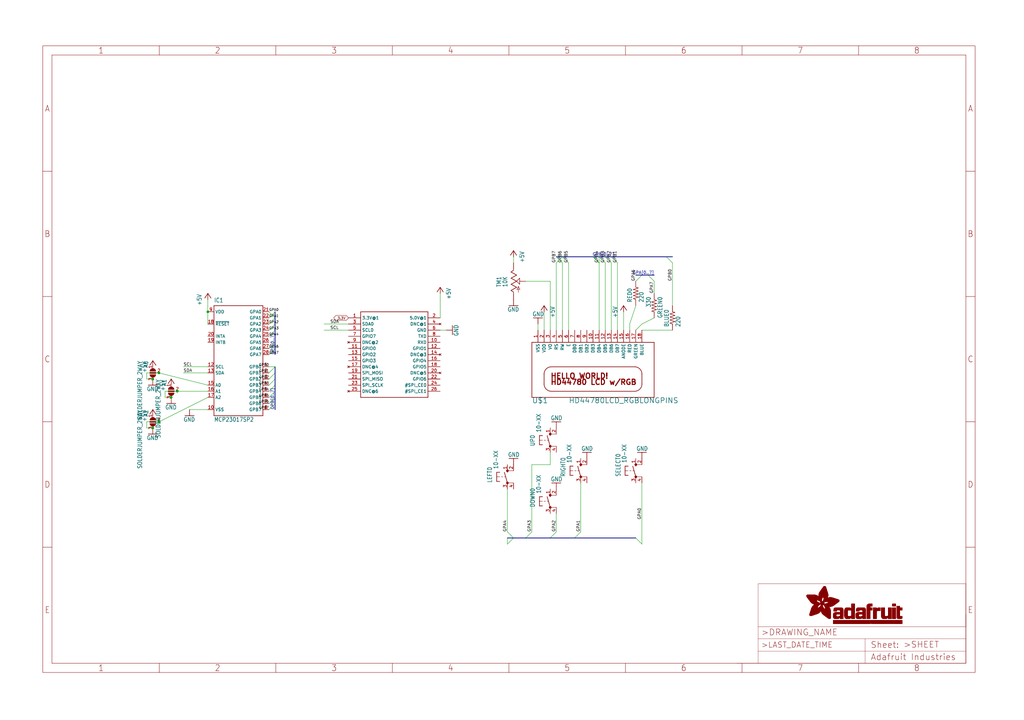
<source format=kicad_sch>
(kicad_sch (version 20211123) (generator eeschema)
  (paper "User" 425.45 299.161)
  (lib_symbols
    (symbol "eagleSchem-eagle-import:+5V" (power)
      (property "Value" "+5V" (at -2.54 -5.08 90))
      (symbol "+5V_1_0"
        (pin power_in line (at 0 -2.54 90) (length 2.54) (name "+5V") (number "1"))
      )
    )
    (symbol "eagleSchem-eagle-import:10-XX"
      (property "Reference" "S" (at -6.35 -2.54 90))
      (property "Value" "10-XX" (at -3.81 3.175 90))
      (symbol "10-XX_1_0"
        (pin passive line (at 0 5.08 270) (length 2.54) (name "S") (number "1"))
        (pin passive line (at 2.54 5.08 270) (length 2.54) (name "S1") (number "2"))
        (pin passive line (at 0 -5.08 90) (length 2.54) (name "P") (number "3"))
        (pin passive line (at 2.54 -5.08 90) (length 2.54) (name "P1") (number "4"))
      )
    )
    (symbol "eagleSchem-eagle-import:FRAME_A3_ADAFRUIT"
      (symbol "FRAME_A3_ADAFRUIT_0_0"
        (text "1" (at 24.2094 1.905 0) (effects (font (size 2.54 2.286))))
        (text "1" (at 24.2094 258.445 0) (effects (font (size 2.54 2.286))))
        (text "2" (at 72.6281 1.905 0) (effects (font (size 2.54 2.286))))
        (text "2" (at 72.6281 258.445 0) (effects (font (size 2.54 2.286))))
        (text "3" (at 121.0469 1.905 0) (effects (font (size 2.54 2.286))))
        (text "3" (at 121.0469 258.445 0) (effects (font (size 2.54 2.286))))
        (text "4" (at 169.4656 1.905 0) (effects (font (size 2.54 2.286))))
        (text "4" (at 169.4656 258.445 0) (effects (font (size 2.54 2.286))))
        (text "5" (at 217.8844 1.905 0) (effects (font (size 2.54 2.286))))
        (text "5" (at 217.8844 258.445 0) (effects (font (size 2.54 2.286))))
        (text "6" (at 266.3031 1.905 0) (effects (font (size 2.54 2.286))))
        (text "6" (at 266.3031 258.445 0) (effects (font (size 2.54 2.286))))
        (text "7" (at 314.7219 1.905 0) (effects (font (size 2.54 2.286))))
        (text "7" (at 314.7219 258.445 0) (effects (font (size 2.54 2.286))))
        (text "8" (at 363.1406 1.905 0) (effects (font (size 2.54 2.286))))
        (text "8" (at 363.1406 258.445 0) (effects (font (size 2.54 2.286))))
        (text "A" (at 1.905 234.315 0) (effects (font (size 2.54 2.286))))
        (text "A" (at 385.445 234.315 0) (effects (font (size 2.54 2.286))))
        (text "B" (at 1.905 182.245 0) (effects (font (size 2.54 2.286))))
        (text "B" (at 385.445 182.245 0) (effects (font (size 2.54 2.286))))
        (text "C" (at 1.905 130.175 0) (effects (font (size 2.54 2.286))))
        (text "C" (at 385.445 130.175 0) (effects (font (size 2.54 2.286))))
        (text "D" (at 1.905 78.105 0) (effects (font (size 2.54 2.286))))
        (text "D" (at 385.445 78.105 0) (effects (font (size 2.54 2.286))))
        (text "E" (at 1.905 26.035 0) (effects (font (size 2.54 2.286))))
        (text "E" (at 385.445 26.035 0) (effects (font (size 2.54 2.286))))
      )
      (symbol "FRAME_A3_ADAFRUIT_1_0"
        (text ">DRAWING_NAME" (at 298.45 15.24 0) (effects (font (size 2.54 2.54)) (justify left bottom)))
        (text ">LAST_DATE_TIME" (at 298.45 10.16 0) (effects (font (size 2.286 2.286)) (justify left bottom)))
        (text ">SHEET" (at 357.505 10.16 0) (effects (font (size 2.54 2.54)) (justify left bottom)))
        (text "Adafruit Industries" (at 343.916 4.953 0) (effects (font (size 2.54 2.54)) (justify left bottom)))
        (text "Sheet:" (at 343.916 10.033 0) (effects (font (size 2.54 2.54)) (justify left bottom)))
      )
    )
    (symbol "eagleSchem-eagle-import:GND" (power)
      (property "Value" "GND" (at -2.54 -2.54 0))
      (symbol "GND_1_0"
        (pin power_in line (at 0 2.54 270) (length 2.54) (name "GND") (number "1"))
      )
    )
    (symbol "eagleSchem-eagle-import:HD44780LCD_RGBLONGPINS"
      (property "Value" "HD44780LCD_RGBLONGPINS" (at -10.16 -12.7 0))
      (symbol "HD44780LCD_RGBLONGPINS_1_0"
        (text "HD44780 LCD w/RGB" (at -17.78 -5.08 0) (effects (font (size 2.1844 2.1844) (thickness 0.4369) bold) (justify left bottom)))
        (text "HELLO WORLD!" (at -17.78 -2.54 0) (effects (font (size 2.1844 2.1844) (thickness 0.4369) bold) (justify left bottom)))
        (pin power_in line (at -22.86 17.78 270) (length 5.08) (name "VSS") (number "1"))
        (pin bidirectional line (at 0 17.78 270) (length 5.08) (name "DB3") (number "10"))
        (pin bidirectional line (at 2.54 17.78 270) (length 5.08) (name "DB4") (number "11"))
        (pin bidirectional line (at 5.08 17.78 270) (length 5.08) (name "DB5") (number "12"))
        (pin bidirectional line (at 7.62 17.78 270) (length 5.08) (name "DB6") (number "13"))
        (pin bidirectional line (at 10.16 17.78 270) (length 5.08) (name "DB7") (number "14"))
        (pin input line (at 12.7 17.78 270) (length 5.08) (name "ANODE") (number "15"))
        (pin input line (at 15.24 17.78 270) (length 5.08) (name "RED") (number "16"))
        (pin input line (at 17.78 17.78 270) (length 5.08) (name "GREEN") (number "17"))
        (pin input line (at 20.32 17.78 270) (length 5.08) (name "BLUE") (number "18"))
        (pin power_in line (at -20.32 17.78 270) (length 5.08) (name "VDD") (number "2"))
        (pin input line (at -17.78 17.78 270) (length 5.08) (name "VO") (number "3"))
        (pin input line (at -15.24 17.78 270) (length 5.08) (name "RS") (number "4"))
        (pin input line (at -12.7 17.78 270) (length 5.08) (name "RW") (number "5"))
        (pin input line (at -10.16 17.78 270) (length 5.08) (name "E") (number "6"))
        (pin bidirectional line (at -7.62 17.78 270) (length 5.08) (name "DB0") (number "7"))
        (pin bidirectional line (at -5.08 17.78 270) (length 5.08) (name "DB1") (number "8"))
        (pin bidirectional line (at -2.54 17.78 270) (length 5.08) (name "DB2") (number "9"))
      )
    )
    (symbol "eagleSchem-eagle-import:MCP23017SP2"
      (property "Reference" "IC" (at -10.16 24.13 0))
      (property "Value" "MCP23017SP2" (at -10.16 -25.4 0))
      (symbol "MCP23017SP2_1_0"
        (pin bidirectional line (at 12.7 -2.54 180) (length 2.54) (name "GPB0") (number "1"))
        (pin power_in line (at -12.7 -20.32 0) (length 2.54) (name "VSS") (number "10"))
        (pin input line (at -12.7 -2.54 0) (length 2.54) (name "SCL") (number "12"))
        (pin bidirectional line (at -12.7 -5.08 0) (length 2.54) (name "SDA") (number "13"))
        (pin input line (at -12.7 -10.16 0) (length 2.54) (name "A0") (number "15"))
        (pin input line (at -12.7 -12.7 0) (length 2.54) (name "A1") (number "16"))
        (pin input line (at -12.7 -15.24 0) (length 2.54) (name "A2") (number "17"))
        (pin input line (at -12.7 15.24 0) (length 2.54) (name "~{RESET}") (number "18"))
        (pin output line (at -12.7 7.62 0) (length 2.54) (name "INTB") (number "19"))
        (pin bidirectional line (at 12.7 -5.08 180) (length 2.54) (name "GPB1") (number "2"))
        (pin output line (at -12.7 10.16 0) (length 2.54) (name "INTA") (number "20"))
        (pin bidirectional line (at 12.7 20.32 180) (length 2.54) (name "GPA0") (number "21"))
        (pin bidirectional line (at 12.7 17.78 180) (length 2.54) (name "GPA1") (number "22"))
        (pin bidirectional line (at 12.7 15.24 180) (length 2.54) (name "GPA2") (number "23"))
        (pin bidirectional line (at 12.7 12.7 180) (length 2.54) (name "GPA3") (number "24"))
        (pin bidirectional line (at 12.7 10.16 180) (length 2.54) (name "GPA4") (number "25"))
        (pin bidirectional line (at 12.7 7.62 180) (length 2.54) (name "GPA5") (number "26"))
        (pin bidirectional line (at 12.7 5.08 180) (length 2.54) (name "GPA6") (number "27"))
        (pin bidirectional line (at 12.7 2.54 180) (length 2.54) (name "GPA7") (number "28"))
        (pin bidirectional line (at 12.7 -7.62 180) (length 2.54) (name "GPB2") (number "3"))
        (pin bidirectional line (at 12.7 -10.16 180) (length 2.54) (name "GPB3") (number "4"))
        (pin bidirectional line (at 12.7 -12.7 180) (length 2.54) (name "GPB4") (number "5"))
        (pin bidirectional line (at 12.7 -15.24 180) (length 2.54) (name "GPB5") (number "6"))
        (pin bidirectional line (at 12.7 -17.78 180) (length 2.54) (name "GPB6") (number "7"))
        (pin bidirectional line (at 12.7 -20.32 180) (length 2.54) (name "GPB7") (number "8"))
        (pin power_in line (at -12.7 20.32 0) (length 2.54) (name "VDD") (number "9"))
      )
    )
    (symbol "eagleSchem-eagle-import:R-US_0207{slash}10"
      (property "Reference" "R" (at -3.81 1.4986 0))
      (property "Value" "R-US_0207{slash}10" (at -3.81 -3.302 0))
      (symbol "R-US_0207{slash}10_1_0"
        (pin passive line (at -5.08 0 0) (length 2.54) (name "1") (number "1"))
        (pin passive line (at 5.08 0 180) (length 2.54) (name "2") (number "2"))
      )
    )
    (symbol "eagleSchem-eagle-import:RASPBERRYPI_BB"
      (symbol "RASPBERRYPI_BB_1_0"
        (pin power_in line (at -17.78 15.24 0) (length 5.08) (name "3.3V@1") (number "1"))
        (pin input line (at 20.32 5.08 180) (length 5.08) (name "RXD") (number "10"))
        (pin bidirectional line (at -17.78 2.54 0) (length 5.08) (name "GPIO0") (number "11"))
        (pin bidirectional line (at 20.32 2.54 180) (length 5.08) (name "GPIO1") (number "12"))
        (pin bidirectional line (at -17.78 0 0) (length 5.08) (name "GPIO2") (number "13"))
        (pin no_connect line (at 20.32 0 180) (length 5.08) (name "DNC@3") (number "14"))
        (pin bidirectional line (at -17.78 -2.54 0) (length 5.08) (name "GPIO3") (number "15"))
        (pin bidirectional line (at 20.32 -2.54 180) (length 5.08) (name "GPIO4") (number "16"))
        (pin no_connect line (at -17.78 -5.08 0) (length 5.08) (name "DNC@4") (number "17"))
        (pin bidirectional line (at 20.32 -5.08 180) (length 5.08) (name "GPIO5") (number "18"))
        (pin output line (at -17.78 -7.62 0) (length 5.08) (name "SPI_MOSI") (number "19"))
        (pin power_in line (at 20.32 15.24 180) (length 5.08) (name "5.0V@1") (number "2"))
        (pin no_connect line (at 20.32 -7.62 180) (length 5.08) (name "DNC@5") (number "20"))
        (pin input line (at -17.78 -10.16 0) (length 5.08) (name "SPI_MISO") (number "21"))
        (pin bidirectional line (at 20.32 -10.16 180) (length 5.08) (name "GPIO6") (number "22"))
        (pin output line (at -17.78 -12.7 0) (length 5.08) (name "SPI_SCLK") (number "23"))
        (pin output line (at 20.32 -12.7 180) (length 5.08) (name "#SPI_CE0") (number "24"))
        (pin no_connect line (at -17.78 -15.24 0) (length 5.08) (name "DNC@6") (number "25"))
        (pin output line (at 20.32 -15.24 180) (length 5.08) (name "#SPI_CE1") (number "26"))
        (pin bidirectional line (at -17.78 12.7 0) (length 5.08) (name "SDA0") (number "3"))
        (pin no_connect line (at 20.32 12.7 180) (length 5.08) (name "DNC@1") (number "4"))
        (pin output line (at -17.78 10.16 0) (length 5.08) (name "SCL0") (number "5"))
        (pin power_in line (at 20.32 10.16 180) (length 5.08) (name "GND") (number "6"))
        (pin bidirectional line (at -17.78 7.62 0) (length 5.08) (name "GPIO7") (number "7"))
        (pin output line (at 20.32 7.62 180) (length 5.08) (name "TXD") (number "8"))
        (pin no_connect line (at -17.78 5.08 0) (length 5.08) (name "DNC@2") (number "9"))
      )
    )
    (symbol "eagleSchem-eagle-import:SOLDERJUMPER_2WAY"
      (property "Reference" "SJ" (at -5.08 -3.81 0))
      (property "Value" "SOLDERJUMPER_2WAY" (at -5.08 -6.35 0))
      (symbol "SOLDERJUMPER_2WAY_1_0"
        (pin passive line (at -2.54 0 0) (length 0) (name "1") (number "1"))
        (pin passive line (at 0 2.54 270) (length 0) (name "2") (number "2"))
        (pin passive line (at 2.54 0 180) (length 0) (name "3") (number "3"))
      )
    )
    (symbol "eagleSchem-eagle-import:TRIM"
      (property "Reference" "TM" (at -5.08 -2.54 90))
      (property "Value" "TRIM" (at -2.54 -2.54 90))
      (symbol "TRIM_1_0"
        (pin passive line (at 0 -7.62 90) (length 2.54) (name "A") (number "A"))
        (pin passive line (at 0 7.62 270) (length 2.54) (name "E") (number "E"))
        (pin passive line (at 5.08 0 180) (length 2.54) (name "S") (number "S"))
      )
    )
  )
  (junction (at 63.5 177.8))
  (junction (at 63.5 157.48))
  (junction (at 66.04 154.94))
  (junction (at 66.04 175.26))
  (junction (at 86.36 129.54))
  (junction (at 73.66 162.56))
  (junction (at 71.12 165.1))
  (bus_entry (at 264.16 116.84) (size 2.54 -2.54))
  (bus_entry (at 254 109.22) (size -2.54 -2.54))
  (bus_entry (at 111.76 137.16) (size 2.54 -2.54))
  (bus_entry (at 111.76 165.1) (size 2.54 -2.54))
  (bus_entry (at 111.76 160.02) (size 2.54 -2.54))
  (bus_entry (at 111.76 144.78) (size 2.54 -2.54))
  (bus_entry (at 220.98 220.98) (size -2.54 2.54))
  (bus_entry (at 231.14 109.22) (size 2.54 -2.54))
  (bus_entry (at 111.76 147.32) (size 2.54 -2.54))
  (bus_entry (at 111.76 157.48) (size 2.54 -2.54))
  (bus_entry (at 271.78 116.84) (size -2.54 -2.54))
  (bus_entry (at 111.76 170.18) (size 2.54 -2.54))
  (bus_entry (at 111.76 154.94) (size 2.54 -2.54))
  (bus_entry (at 266.7 226.06) (size -2.54 -2.54))
  (bus_entry (at 111.76 134.62) (size 2.54 -2.54))
  (bus_entry (at 236.22 109.22) (size -2.54 -2.54))
  (bus_entry (at 251.46 109.22) (size -2.54 -2.54))
  (bus_entry (at 111.76 139.7) (size 2.54 -2.54))
  (bus_entry (at 241.3 220.98) (size -2.54 2.54))
  (bus_entry (at 256.54 109.22) (size -2.54 -2.54))
  (bus_entry (at 233.68 109.22) (size -2.54 -2.54))
  (bus_entry (at 210.82 220.98) (size 2.54 2.54))
  (bus_entry (at 231.14 220.98) (size -2.54 2.54))
  (bus_entry (at 248.92 109.22) (size -2.54 -2.54))
  (bus_entry (at 111.76 129.54) (size 2.54 2.54))
  (bus_entry (at 248.92 109.22) (size -2.54 -2.54))
  (bus_entry (at 111.76 132.08) (size 2.54 -2.54))
  (bus_entry (at 111.76 167.64) (size 2.54 -2.54))
  (bus_entry (at 210.82 226.06) (size 2.54 -2.54))
  (bus_entry (at 279.4 109.22) (size -2.54 -2.54))
  (bus_entry (at 111.76 162.56) (size 2.54 -2.54))
  (bus (pts (xy 218.44 223.52) (xy 213.36 223.52)))
  (wire (pts (xy 210.82 226.06) (xy 210.82 223.52)))
  (wire (pts (xy 228.6 116.84) (xy 218.44 116.84)))
  (wire (pts (xy 111.76 152.4) (xy 114.3 152.4)))
  (bus (pts (xy 114.3 162.56) (xy 114.3 165.1)))
  (bus (pts (xy 269.24 114.3) (xy 266.7 114.3)))
  (bus (pts (xy 271.78 114.3) (xy 269.24 114.3)))
  (wire (pts (xy 60.96 177.8) (xy 60.96 175.26)))
  (wire (pts (xy 182.88 121.92) (xy 182.88 132.08)))
  (bus (pts (xy 114.3 132.08) (xy 114.3 129.54)))
  (wire (pts (xy 254 137.16) (xy 254 109.22)))
  (wire (pts (xy 271.78 132.08) (xy 266.7 134.62)))
  (bus (pts (xy 264.16 223.52) (xy 238.76 223.52)))
  (bus (pts (xy 114.3 142.24) (xy 114.3 137.16)))
  (wire (pts (xy 248.92 109.22) (xy 248.92 106.68)))
  (wire (pts (xy 60.96 157.48) (xy 60.96 154.94)))
  (bus (pts (xy 276.86 106.68) (xy 279.4 106.68)))
  (bus (pts (xy 266.7 114.3) (xy 264.16 114.3)))
  (bus (pts (xy 231.14 106.68) (xy 233.68 106.68)))
  (wire (pts (xy 279.4 137.16) (xy 266.7 137.16)))
  (wire (pts (xy 86.36 152.4) (xy 76.2 152.4)))
  (wire (pts (xy 261.62 134.62) (xy 261.62 137.16)))
  (wire (pts (xy 86.36 124.46) (xy 86.36 129.54)))
  (wire (pts (xy 213.36 109.22) (xy 213.36 106.68)))
  (wire (pts (xy 220.98 193.04) (xy 228.6 193.04)))
  (wire (pts (xy 266.7 200.66) (xy 266.7 226.06)))
  (wire (pts (xy 68.58 162.56) (xy 73.66 162.56)))
  (bus (pts (xy 114.3 167.64) (xy 114.3 170.18)))
  (wire (pts (xy 185.42 137.16) (xy 182.88 137.16)))
  (wire (pts (xy 233.68 109.22) (xy 233.68 137.16)))
  (wire (pts (xy 144.78 137.16) (xy 134.62 137.16)))
  (wire (pts (xy 220.98 220.98) (xy 220.98 193.04)))
  (bus (pts (xy 114.3 134.62) (xy 114.3 132.08)))
  (wire (pts (xy 279.4 127) (xy 279.4 109.22)))
  (wire (pts (xy 251.46 137.16) (xy 251.46 109.22)))
  (wire (pts (xy 86.36 162.56) (xy 73.66 162.56)))
  (bus (pts (xy 248.92 106.68) (xy 251.46 106.68)))
  (wire (pts (xy 68.58 165.1) (xy 68.58 162.56)))
  (wire (pts (xy 66.04 175.26) (xy 86.36 165.1)))
  (wire (pts (xy 86.36 154.94) (xy 76.2 154.94)))
  (wire (pts (xy 248.92 109.22) (xy 248.92 137.16)))
  (wire (pts (xy 241.3 200.66) (xy 241.3 220.98)))
  (wire (pts (xy 60.96 154.94) (xy 66.04 154.94)))
  (wire (pts (xy 210.82 220.98) (xy 210.82 203.2)))
  (bus (pts (xy 114.3 144.78) (xy 114.3 142.24)))
  (wire (pts (xy 71.12 165.1) (xy 68.58 165.1)))
  (bus (pts (xy 114.3 165.1) (xy 114.3 167.64)))
  (wire (pts (xy 271.78 116.84) (xy 271.78 121.92)))
  (wire (pts (xy 63.5 177.8) (xy 60.96 177.8)))
  (wire (pts (xy 231.14 137.16) (xy 231.14 109.22)))
  (wire (pts (xy 256.54 137.16) (xy 256.54 109.22)))
  (wire (pts (xy 228.6 137.16) (xy 228.6 116.84)))
  (wire (pts (xy 236.22 109.22) (xy 236.22 137.16)))
  (bus (pts (xy 254 106.68) (xy 276.86 106.68)))
  (wire (pts (xy 86.36 134.62) (xy 86.36 129.54)))
  (wire (pts (xy 223.52 134.62) (xy 223.52 137.16)))
  (bus (pts (xy 238.76 223.52) (xy 228.6 223.52)))
  (bus (pts (xy 246.38 106.68) (xy 248.92 106.68)))
  (wire (pts (xy 60.96 175.26) (xy 66.04 175.26)))
  (wire (pts (xy 264.16 127) (xy 261.62 134.62)))
  (bus (pts (xy 213.36 223.52) (xy 210.82 223.52)))
  (bus (pts (xy 114.3 157.48) (xy 114.3 160.02)))
  (bus (pts (xy 114.3 137.16) (xy 114.3 134.62)))
  (bus (pts (xy 114.3 160.02) (xy 114.3 162.56)))
  (wire (pts (xy 63.5 157.48) (xy 60.96 157.48)))
  (bus (pts (xy 251.46 106.68) (xy 254 106.68)))
  (bus (pts (xy 228.6 223.52) (xy 218.44 223.52)))
  (wire (pts (xy 86.36 170.18) (xy 78.74 170.18)))
  (wire (pts (xy 259.08 129.54) (xy 259.08 137.16)))
  (bus (pts (xy 114.3 147.32) (xy 114.3 144.78)))
  (wire (pts (xy 228.6 193.04) (xy 228.6 187.96)))
  (bus (pts (xy 114.3 154.94) (xy 114.3 157.48)))
  (bus (pts (xy 233.68 106.68) (xy 246.38 106.68)))
  (wire (pts (xy 226.06 129.54) (xy 226.06 137.16)))
  (wire (pts (xy 266.7 134.62) (xy 264.16 137.16)))
  (bus (pts (xy 114.3 152.4) (xy 114.3 154.94)))
  (wire (pts (xy 66.04 154.94) (xy 86.36 160.02)))
  (wire (pts (xy 144.78 134.62) (xy 134.62 134.62)))
  (wire (pts (xy 231.14 213.36) (xy 231.14 220.98)))
  (label "GPB6" (at 233.68 109.22 90) (effects (font (size 1.2446 1.2446))))
  (label "GPB7" (at 111.76 170.18 180) (effects (font (size 1.016 1.016))))
  (label "GPB5" (at 236.22 109.22 90) (effects (font (size 1.2446 1.2446))))
  (label "GPB0" (at 279.4 116.84 90) (effects (font (size 1.2446 1.2446))))
  (label "SCL" (at 76.2 152.4 0) (effects (font (size 1.2446 1.2446))))
  (label "GPA7" (at 111.76 147.32 0) (effects (font (size 1.016 1.016))))
  (label "GPA[0..7]" (at 271.78 114.3 180) (effects (font (size 1.2446 1.2446))))
  (label "GPA0" (at 111.76 129.54 0) (effects (font (size 1.016 1.016))))
  (label "GPA2" (at 231.14 220.98 90) (effects (font (size 1.2446 1.2446))))
  (label "GPA[0..7]" (at 114.3 147.32 90) (effects (font (size 1.2446 1.2446))))
  (label "GPB[0..7]" (at 255.27 106.68 180) (effects (font (size 1.2446 1.2446))))
  (label "GPA1" (at 241.3 220.98 90) (effects (font (size 1.2446 1.2446))))
  (label "GPA3" (at 220.98 220.98 90) (effects (font (size 1.2446 1.2446))))
  (label "SDA" (at 137.16 134.62 0) (effects (font (size 1.2446 1.2446))))
  (label "GPB4" (at 248.92 109.22 90) (effects (font (size 1.2446 1.2446))))
  (label "GPB3" (at 251.46 109.22 90) (effects (font (size 1.2446 1.2446))))
  (label "GPB3" (at 111.76 160.02 180) (effects (font (size 1.016 1.016))))
  (label "GPB[0..7]" (at 114.3 170.18 90) (effects (font (size 1.2446 1.2446))))
  (label "GPB5" (at 111.76 165.1 180) (effects (font (size 1.016 1.016))))
  (label "GPA7" (at 271.78 121.92 90) (effects (font (size 1.2446 1.2446))))
  (label "GPA6" (at 264.16 116.84 90) (effects (font (size 1.2446 1.2446))))
  (label "GPB1" (at 256.54 109.22 90) (effects (font (size 1.2446 1.2446))))
  (label "GPB2" (at 111.76 157.48 180) (effects (font (size 1.016 1.016))))
  (label "GPA4" (at 210.82 220.98 90) (effects (font (size 1.2446 1.2446))))
  (label "GPA4" (at 111.76 139.7 0) (effects (font (size 1.016 1.016))))
  (label "GPB4" (at 111.76 162.56 180) (effects (font (size 1.016 1.016))))
  (label "GPA2" (at 111.76 134.62 0) (effects (font (size 1.016 1.016))))
  (label "GPB2" (at 254 109.22 90) (effects (font (size 1.2446 1.2446))))
  (label "SDA" (at 76.2 154.94 0) (effects (font (size 1.2446 1.2446))))
  (label "GPA3" (at 111.76 137.16 0) (effects (font (size 1.016 1.016))))
  (label "SCL" (at 137.16 137.16 0) (effects (font (size 1.2446 1.2446))))
  (label "GPA1" (at 111.76 132.08 0) (effects (font (size 1.016 1.016))))
  (label "GPB1" (at 111.76 154.94 180) (effects (font (size 1.016 1.016))))
  (label "GPA0" (at 266.7 215.9 90) (effects (font (size 1.2446 1.2446))))
  (label "GPA6" (at 111.76 144.78 0) (effects (font (size 1.016 1.016))))
  (label "GPB6" (at 111.76 167.64 180) (effects (font (size 1.016 1.016))))
  (label "GPB0" (at 111.76 152.4 180) (effects (font (size 1.016 1.016))))
  (label "GPB7" (at 231.14 109.22 90) (effects (font (size 1.2446 1.2446))))
  (global_label "3.3V" (shape bidirectional) (at 144.78 132.08 180) (effects (font (size 1.016 1.016))) (property "Intersheet References" "${INTERSHEET_REFS}" (effects hide)))
  (symbol (lib_id "eagleSchem-eagle-import:FRAME_A3_ADAFRUIT") (at 17.78 279.4 0) (unit 1)
    (property "Reference" "#U$3" (effects hide))
    (property "Value" "FRAME_A3_ADAFRUIT" (effects hide))
    (property "Footprint" "eagleSchem:" (effects hide))
  )
  (symbol (lib_id "eagleSchem-eagle-import:10-XX") (at 241.3 195.58 0) (unit 1)
    (property "Reference" "RIGHT0" (at 234.95 198.12 90) (effects (font (size 1.778 1.5113)) (justify left bottom)))
    (property "Value" "10-XX" (at 237.49 192.405 90) (effects (font (size 1.778 1.5113)) (justify left bottom)))
    (property "Footprint" "eagleSchem:B3F-10XX" (effects hide))
  )
  (symbol (lib_id "eagleSchem-eagle-import:GND") (at 78.74 172.72 0) (unit 1)
    (property "Reference" "#GND1" (effects hide))
    (property "Value" "GND" (at 76.2 175.26 0) (effects (font (size 1.778 1.5113)) (justify left bottom)))
    (property "Footprint" "eagleSchem:" (effects hide))
  )
  (symbol (lib_id "eagleSchem-eagle-import:MCP23017SP2") (at 99.06 149.86 0) (unit 1)
    (property "Reference" "IC1" (at 88.9 125.73 0) (effects (font (size 1.778 1.5113)) (justify left bottom)))
    (property "Value" "MCP23017SP2" (at 88.9 175.26 0) (effects (font (size 1.778 1.5113)) (justify left bottom)))
    (property "Footprint" "eagleSchem:DIL28-3-ROUND" (effects hide))
  )
  (symbol (lib_id "eagleSchem-eagle-import:GND") (at 213.36 127 0) (unit 1)
    (property "Reference" "#GND9" (effects hide))
    (property "Value" "GND" (at 210.82 129.54 0) (effects (font (size 1.778 1.5113)) (justify left bottom)))
    (property "Footprint" "eagleSchem:" (effects hide))
  )
  (symbol (lib_id "eagleSchem-eagle-import:GND") (at 63.5 160.02 0) (unit 1)
    (property "Reference" "#GND12" (effects hide))
    (property "Value" "GND" (at 60.96 162.56 0) (effects (font (size 1.778 1.5113)) (justify left bottom)))
    (property "Footprint" "eagleSchem:" (effects hide))
  )
  (symbol (lib_id "eagleSchem-eagle-import:SOLDERJUMPER_2WAY") (at 63.5 154.94 270) (unit 1)
    (property "Reference" "A0" (at 59.69 149.86 0) (effects (font (size 1.778 1.5113)) (justify left bottom)))
    (property "Value" "SOLDERJUMPER_2WAY" (at 57.15 149.86 0) (effects (font (size 1.778 1.5113)) (justify left bottom)))
    (property "Footprint" "eagleSchem:SOLDERJUMPER_2WAY_OPEN_NOPASTE" (effects hide))
  )
  (symbol (lib_id "eagleSchem-eagle-import:SOLDERJUMPER_2WAY") (at 71.12 162.56 270) (unit 1)
    (property "Reference" "A1" (at 67.31 157.48 0) (effects (font (size 1.778 1.5113)) (justify left bottom)))
    (property "Value" "SOLDERJUMPER_2WAY" (at 64.77 157.48 0) (effects (font (size 1.778 1.5113)) (justify left bottom)))
    (property "Footprint" "eagleSchem:SOLDERJUMPER_2WAY_OPEN_NOPASTE" (effects hide))
  )
  (symbol (lib_id "eagleSchem-eagle-import:+5V") (at 226.06 127 0) (mirror y) (unit 1)
    (property "Reference" "#P+3" (effects hide))
    (property "Value" "+5V" (at 228.6 132.08 90) (effects (font (size 1.778 1.5113)) (justify left bottom)))
    (property "Footprint" "eagleSchem:" (effects hide))
  )
  (symbol (lib_id "eagleSchem-eagle-import:+5V") (at 182.88 119.38 0) (mirror y) (unit 1)
    (property "Reference" "#P+6" (effects hide))
    (property "Value" "+5V" (at 185.42 124.46 90) (effects (font (size 1.778 1.5113)) (justify left bottom)))
    (property "Footprint" "eagleSchem:" (effects hide))
  )
  (symbol (lib_id "eagleSchem-eagle-import:+5V") (at 259.08 127 0) (unit 1)
    (property "Reference" "#P+5" (effects hide))
    (property "Value" "+5V" (at 256.54 132.08 90) (effects (font (size 1.778 1.5113)) (justify left bottom)))
    (property "Footprint" "eagleSchem:" (effects hide))
  )
  (symbol (lib_id "eagleSchem-eagle-import:+5V") (at 86.36 121.92 0) (unit 1)
    (property "Reference" "#P+1" (effects hide))
    (property "Value" "+5V" (at 83.82 127 90) (effects (font (size 1.778 1.5113)) (justify left bottom)))
    (property "Footprint" "eagleSchem:" (effects hide))
  )
  (symbol (lib_id "eagleSchem-eagle-import:R-US_0207{slash}10") (at 264.16 121.92 90) (unit 1)
    (property "Reference" "RED0" (at 262.6614 125.73 0) (effects (font (size 1.778 1.5113)) (justify left bottom)))
    (property "Value" "220" (at 267.462 125.73 0) (effects (font (size 1.778 1.5113)) (justify left bottom)))
    (property "Footprint" "eagleSchem:0207_10" (effects hide))
  )
  (symbol (lib_id "eagleSchem-eagle-import:GND") (at 231.14 175.26 180) (unit 1)
    (property "Reference" "#GND6" (effects hide))
    (property "Value" "GND" (at 233.68 172.72 0) (effects (font (size 1.778 1.5113)) (justify left bottom)))
    (property "Footprint" "eagleSchem:" (effects hide))
  )
  (symbol (lib_id "eagleSchem-eagle-import:R-US_0207{slash}10") (at 279.4 132.08 90) (unit 1)
    (property "Reference" "BLUE0" (at 277.9014 135.89 0) (effects (font (size 1.778 1.5113)) (justify left bottom)))
    (property "Value" "220" (at 282.702 135.89 0) (effects (font (size 1.778 1.5113)) (justify left bottom)))
    (property "Footprint" "eagleSchem:0207_10" (effects hide))
  )
  (symbol (lib_id "eagleSchem-eagle-import:TRIM") (at 213.36 116.84 0) (unit 1)
    (property "Reference" "TM1" (at 208.28 119.38 90) (effects (font (size 1.778 1.5113)) (justify left bottom)))
    (property "Value" "10K" (at 210.82 119.38 90) (effects (font (size 1.778 1.5113)) (justify left bottom)))
    (property "Footprint" "eagleSchem:6MM" (effects hide))
  )
  (symbol (lib_id "eagleSchem-eagle-import:+5V") (at 213.36 104.14 0) (mirror y) (unit 1)
    (property "Reference" "#P+4" (effects hide))
    (property "Value" "+5V" (at 215.9 109.22 90) (effects (font (size 1.778 1.5113)) (justify left bottom)))
    (property "Footprint" "eagleSchem:" (effects hide))
  )
  (symbol (lib_id "eagleSchem-eagle-import:GND") (at 213.36 190.5 180) (unit 1)
    (property "Reference" "#GND5" (effects hide))
    (property "Value" "GND" (at 215.9 187.96 0) (effects (font (size 1.778 1.5113)) (justify left bottom)))
    (property "Footprint" "eagleSchem:" (effects hide))
  )
  (symbol (lib_id "eagleSchem-eagle-import:GND") (at 266.7 187.96 180) (unit 1)
    (property "Reference" "#GND8" (effects hide))
    (property "Value" "GND" (at 269.24 185.42 0) (effects (font (size 1.778 1.5113)) (justify left bottom)))
    (property "Footprint" "eagleSchem:" (effects hide))
  )
  (symbol (lib_id "eagleSchem-eagle-import:SOLDERJUMPER_2WAY") (at 63.5 175.26 270) (unit 1)
    (property "Reference" "A2" (at 59.69 170.18 0) (effects (font (size 1.778 1.5113)) (justify left bottom)))
    (property "Value" "SOLDERJUMPER_2WAY" (at 57.15 170.18 0) (effects (font (size 1.778 1.5113)) (justify left bottom)))
    (property "Footprint" "eagleSchem:SOLDERJUMPER_2WAY_OPEN_NOPASTE" (effects hide))
  )
  (symbol (lib_id "eagleSchem-eagle-import:HD44780LCD_RGBLONGPINS") (at 246.38 154.94 0) (unit 1)
    (property "Reference" "U$1" (at 220.98 167.64 0) (effects (font (size 2.1844 2.1844)) (justify left bottom)))
    (property "Value" "HD44780LCD_RGBLONGPINS" (at 236.22 167.64 0) (effects (font (size 2.1844 2.1844)) (justify left bottom)))
    (property "Footprint" "eagleSchem:LCD1602-RGB" (effects hide))
  )
  (symbol (lib_id "eagleSchem-eagle-import:GND") (at 231.14 200.66 180) (unit 1)
    (property "Reference" "#GND10" (effects hide))
    (property "Value" "GND" (at 233.68 198.12 0) (effects (font (size 1.778 1.5113)) (justify left bottom)))
    (property "Footprint" "eagleSchem:" (effects hide))
  )
  (symbol (lib_id "eagleSchem-eagle-import:R-US_0207{slash}10") (at 271.78 127 270) (unit 1)
    (property "Reference" "GREEN0" (at 273.2786 123.19 0) (effects (font (size 1.778 1.5113)) (justify left bottom)))
    (property "Value" "330" (at 268.478 123.19 0) (effects (font (size 1.778 1.5113)) (justify left bottom)))
    (property "Footprint" "eagleSchem:0207_10" (effects hide))
  )
  (symbol (lib_id "eagleSchem-eagle-import:GND") (at 71.12 167.64 0) (unit 1)
    (property "Reference" "#GND4" (effects hide))
    (property "Value" "GND" (at 68.58 170.18 0) (effects (font (size 1.778 1.5113)) (justify left bottom)))
    (property "Footprint" "eagleSchem:" (effects hide))
  )
  (symbol (lib_id "eagleSchem-eagle-import:RASPBERRYPI_BB") (at 162.56 147.32 0) (unit 1)
    (property "Reference" "U$4" (effects hide))
    (property "Value" "RASPBERRYPI_BB" (effects hide))
    (property "Footprint" "eagleSchem:RASBERRYPI_SHIELD" (effects hide))
  )
  (symbol (lib_id "eagleSchem-eagle-import:GND") (at 223.52 132.08 180) (unit 1)
    (property "Reference" "#GND3" (effects hide))
    (property "Value" "GND" (at 226.06 129.54 0) (effects (font (size 1.778 1.5113)) (justify left bottom)))
    (property "Footprint" "eagleSchem:" (effects hide))
  )
  (symbol (lib_id "eagleSchem-eagle-import:GND") (at 63.5 180.34 0) (unit 1)
    (property "Reference" "#GND2" (effects hide))
    (property "Value" "GND" (at 60.96 182.88 0) (effects (font (size 1.778 1.5113)) (justify left bottom)))
    (property "Footprint" "eagleSchem:" (effects hide))
  )
  (symbol (lib_id "eagleSchem-eagle-import:+5V") (at 63.5 149.86 0) (unit 1)
    (property "Reference" "#P+7" (effects hide))
    (property "Value" "+5V" (at 60.96 154.94 90) (effects (font (size 1.778 1.5113)) (justify left bottom)))
    (property "Footprint" "eagleSchem:" (effects hide))
  )
  (symbol (lib_id "eagleSchem-eagle-import:GND") (at 187.96 137.16 90) (unit 1)
    (property "Reference" "#GND11" (effects hide))
    (property "Value" "GND" (at 190.5 139.7 0) (effects (font (size 1.778 1.5113)) (justify left bottom)))
    (property "Footprint" "eagleSchem:" (effects hide))
  )
  (symbol (lib_id "eagleSchem-eagle-import:10-XX") (at 228.6 182.88 0) (unit 1)
    (property "Reference" "UP0" (at 222.25 185.42 90) (effects (font (size 1.778 1.5113)) (justify left bottom)))
    (property "Value" "10-XX" (at 224.79 179.705 90) (effects (font (size 1.778 1.5113)) (justify left bottom)))
    (property "Footprint" "eagleSchem:B3F-10XX" (effects hide))
  )
  (symbol (lib_id "eagleSchem-eagle-import:10-XX") (at 264.16 195.58 0) (unit 1)
    (property "Reference" "SELECT0" (at 257.81 198.12 90) (effects (font (size 1.778 1.5113)) (justify left bottom)))
    (property "Value" "10-XX" (at 260.35 192.405 90) (effects (font (size 1.778 1.5113)) (justify left bottom)))
    (property "Footprint" "eagleSchem:B3F-10XX" (effects hide))
  )
  (symbol (lib_id "eagleSchem-eagle-import:10-XX") (at 228.6 208.28 0) (unit 1)
    (property "Reference" "DOWN0" (at 222.25 210.82 90) (effects (font (size 1.778 1.5113)) (justify left bottom)))
    (property "Value" "10-XX" (at 224.79 205.105 90) (effects (font (size 1.778 1.5113)) (justify left bottom)))
    (property "Footprint" "eagleSchem:B3F-10XX" (effects hide))
  )
  (symbol (lib_id "eagleSchem-eagle-import:+5V") (at 63.5 170.18 0) (unit 1)
    (property "Reference" "#P+9" (effects hide))
    (property "Value" "+5V" (at 60.96 175.26 90) (effects (font (size 1.778 1.5113)) (justify left bottom)))
    (property "Footprint" "eagleSchem:" (effects hide))
  )
  (symbol (lib_id "eagleSchem-eagle-import:10-XX") (at 210.82 198.12 0) (unit 1)
    (property "Reference" "LEFT0" (at 204.47 200.66 90) (effects (font (size 1.778 1.5113)) (justify left bottom)))
    (property "Value" "10-XX" (at 207.01 194.945 90) (effects (font (size 1.778 1.5113)) (justify left bottom)))
    (property "Footprint" "eagleSchem:B3F-10XX" (effects hide))
  )
  (symbol (lib_id "eagleSchem-eagle-import:+5V") (at 71.12 157.48 0) (unit 1)
    (property "Reference" "#P+8" (effects hide))
    (property "Value" "+5V" (at 68.58 162.56 90) (effects (font (size 1.778 1.5113)) (justify left bottom)))
    (property "Footprint" "eagleSchem:" (effects hide))
  )
  (symbol (lib_id "eagleSchem-eagle-import:GND") (at 243.84 187.96 180) (unit 1)
    (property "Reference" "#GND7" (effects hide))
    (property "Value" "GND" (at 246.38 185.42 0) (effects (font (size 1.778 1.5113)) (justify left bottom)))
    (property "Footprint" "eagleSchem:" (effects hide))
  )
)
</source>
